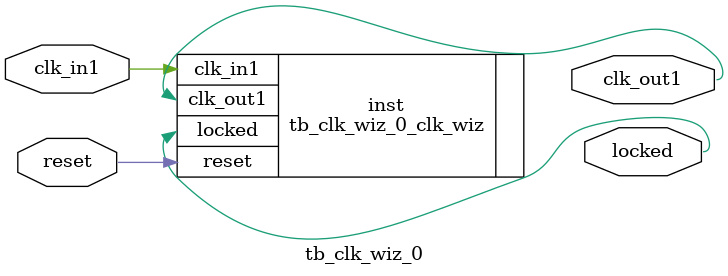
<source format=v>


`timescale 1ps/1ps

(* CORE_GENERATION_INFO = "tb_clk_wiz_0,clk_wiz_v6_0_11_0_0,{component_name=tb_clk_wiz_0,use_phase_alignment=false,use_min_o_jitter=false,use_max_i_jitter=false,use_dyn_phase_shift=false,use_inclk_switchover=false,use_dyn_reconfig=false,enable_axi=0,feedback_source=FDBK_AUTO,PRIMITIVE=MMCM,num_out_clk=1,clkin1_period=10.000,clkin2_period=10.000,use_power_down=false,use_reset=true,use_locked=true,use_inclk_stopped=false,feedback_type=SINGLE,CLOCK_MGR_TYPE=NA,manual_override=false}" *)

module tb_clk_wiz_0 
 (
  // Clock out ports
  output        clk_out1,
  // Status and control signals
  input         reset,
  output        locked,
 // Clock in ports
  input         clk_in1
 );

  tb_clk_wiz_0_clk_wiz inst
  (
  // Clock out ports  
  .clk_out1(clk_out1),
  // Status and control signals               
  .reset(reset), 
  .locked(locked),
 // Clock in ports
  .clk_in1(clk_in1)
  );

endmodule

</source>
